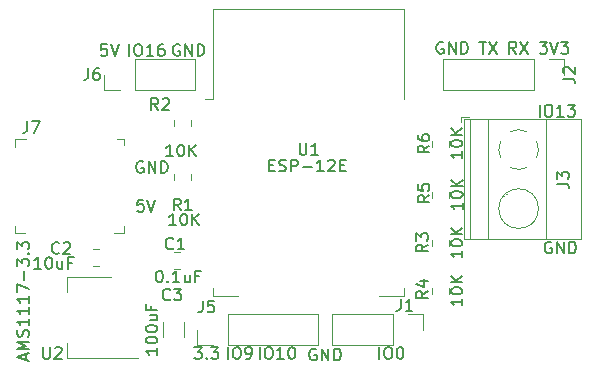
<source format=gbr>
G04 #@! TF.GenerationSoftware,KiCad,Pcbnew,(5.1.5)-3*
G04 #@! TF.CreationDate,2020-04-12T00:35:23-04:00*
G04 #@! TF.ProjectId,ESP_Switch,4553505f-5377-4697-9463-682e6b696361,v1.1*
G04 #@! TF.SameCoordinates,Original*
G04 #@! TF.FileFunction,Legend,Top*
G04 #@! TF.FilePolarity,Positive*
%FSLAX46Y46*%
G04 Gerber Fmt 4.6, Leading zero omitted, Abs format (unit mm)*
G04 Created by KiCad (PCBNEW (5.1.5)-3) date 2020-04-12 00:35:23*
%MOMM*%
%LPD*%
G04 APERTURE LIST*
%ADD10C,0.150000*%
%ADD11C,0.100000*%
%ADD12C,0.120000*%
%ADD13O,2.802000X1.802000*%
%ADD14O,1.752000X1.202000*%
%ADD15O,1.802000X1.802000*%
%ADD16R,1.802000X1.802000*%
%ADD17C,3.302000*%
%ADD18R,2.102000X1.602000*%
%ADD19R,2.102000X3.902000*%
%ADD20R,2.602000X1.102000*%
%ADD21R,1.102000X1.902000*%
%ADD22C,2.702000*%
%ADD23R,2.702000X2.702000*%
G04 APERTURE END LIST*
D10*
X90119295Y-88387300D02*
X90024057Y-88339680D01*
X89881200Y-88339680D01*
X89738342Y-88387300D01*
X89643104Y-88482538D01*
X89595485Y-88577776D01*
X89547866Y-88768252D01*
X89547866Y-88911109D01*
X89595485Y-89101585D01*
X89643104Y-89196823D01*
X89738342Y-89292061D01*
X89881200Y-89339680D01*
X89976438Y-89339680D01*
X90119295Y-89292061D01*
X90166914Y-89244442D01*
X90166914Y-88911109D01*
X89976438Y-88911109D01*
X90595485Y-89339680D02*
X90595485Y-88339680D01*
X91166914Y-89339680D01*
X91166914Y-88339680D01*
X91643104Y-89339680D02*
X91643104Y-88339680D01*
X91881200Y-88339680D01*
X92024057Y-88387300D01*
X92119295Y-88482538D01*
X92166914Y-88577776D01*
X92214533Y-88768252D01*
X92214533Y-88911109D01*
X92166914Y-89101585D01*
X92119295Y-89196823D01*
X92024057Y-89292061D01*
X91881200Y-89339680D01*
X91643104Y-89339680D01*
X90144623Y-91628980D02*
X89668433Y-91628980D01*
X89620814Y-92105171D01*
X89668433Y-92057552D01*
X89763671Y-92009933D01*
X90001766Y-92009933D01*
X90097004Y-92057552D01*
X90144623Y-92105171D01*
X90192242Y-92200409D01*
X90192242Y-92438504D01*
X90144623Y-92533742D01*
X90097004Y-92581361D01*
X90001766Y-92628980D01*
X89763671Y-92628980D01*
X89668433Y-92581361D01*
X89620814Y-92533742D01*
X90477957Y-91628980D02*
X90811290Y-92628980D01*
X91144623Y-91628980D01*
X88947809Y-79446380D02*
X88947809Y-78446380D01*
X89614476Y-78446380D02*
X89804952Y-78446380D01*
X89900190Y-78494000D01*
X89995428Y-78589238D01*
X90043047Y-78779714D01*
X90043047Y-79113047D01*
X89995428Y-79303523D01*
X89900190Y-79398761D01*
X89804952Y-79446380D01*
X89614476Y-79446380D01*
X89519238Y-79398761D01*
X89424000Y-79303523D01*
X89376380Y-79113047D01*
X89376380Y-78779714D01*
X89424000Y-78589238D01*
X89519238Y-78494000D01*
X89614476Y-78446380D01*
X90995428Y-79446380D02*
X90424000Y-79446380D01*
X90709714Y-79446380D02*
X90709714Y-78446380D01*
X90614476Y-78589238D01*
X90519238Y-78684476D01*
X90424000Y-78732095D01*
X91852571Y-78446380D02*
X91662095Y-78446380D01*
X91566857Y-78494000D01*
X91519238Y-78541619D01*
X91424000Y-78684476D01*
X91376380Y-78874952D01*
X91376380Y-79255904D01*
X91424000Y-79351142D01*
X91471619Y-79398761D01*
X91566857Y-79446380D01*
X91757333Y-79446380D01*
X91852571Y-79398761D01*
X91900190Y-79351142D01*
X91947809Y-79255904D01*
X91947809Y-79017809D01*
X91900190Y-78922571D01*
X91852571Y-78874952D01*
X91757333Y-78827333D01*
X91566857Y-78827333D01*
X91471619Y-78874952D01*
X91424000Y-78922571D01*
X91376380Y-79017809D01*
X87058523Y-78446380D02*
X86582333Y-78446380D01*
X86534714Y-78922571D01*
X86582333Y-78874952D01*
X86677571Y-78827333D01*
X86915666Y-78827333D01*
X87010904Y-78874952D01*
X87058523Y-78922571D01*
X87106142Y-79017809D01*
X87106142Y-79255904D01*
X87058523Y-79351142D01*
X87010904Y-79398761D01*
X86915666Y-79446380D01*
X86677571Y-79446380D01*
X86582333Y-79398761D01*
X86534714Y-79351142D01*
X87391857Y-78446380D02*
X87725190Y-79446380D01*
X88058523Y-78446380D01*
X93218095Y-78494000D02*
X93122857Y-78446380D01*
X92980000Y-78446380D01*
X92837142Y-78494000D01*
X92741904Y-78589238D01*
X92694285Y-78684476D01*
X92646666Y-78874952D01*
X92646666Y-79017809D01*
X92694285Y-79208285D01*
X92741904Y-79303523D01*
X92837142Y-79398761D01*
X92980000Y-79446380D01*
X93075238Y-79446380D01*
X93218095Y-79398761D01*
X93265714Y-79351142D01*
X93265714Y-79017809D01*
X93075238Y-79017809D01*
X93694285Y-79446380D02*
X93694285Y-78446380D01*
X94265714Y-79446380D01*
X94265714Y-78446380D01*
X94741904Y-79446380D02*
X94741904Y-78446380D01*
X94980000Y-78446380D01*
X95122857Y-78494000D01*
X95218095Y-78589238D01*
X95265714Y-78684476D01*
X95313333Y-78874952D01*
X95313333Y-79017809D01*
X95265714Y-79208285D01*
X95218095Y-79303523D01*
X95122857Y-79398761D01*
X94980000Y-79446380D01*
X94741904Y-79446380D01*
X99996809Y-105100380D02*
X99996809Y-104100380D01*
X100663476Y-104100380D02*
X100853952Y-104100380D01*
X100949190Y-104148000D01*
X101044428Y-104243238D01*
X101092047Y-104433714D01*
X101092047Y-104767047D01*
X101044428Y-104957523D01*
X100949190Y-105052761D01*
X100853952Y-105100380D01*
X100663476Y-105100380D01*
X100568238Y-105052761D01*
X100473000Y-104957523D01*
X100425380Y-104767047D01*
X100425380Y-104433714D01*
X100473000Y-104243238D01*
X100568238Y-104148000D01*
X100663476Y-104100380D01*
X102044428Y-105100380D02*
X101473000Y-105100380D01*
X101758714Y-105100380D02*
X101758714Y-104100380D01*
X101663476Y-104243238D01*
X101568238Y-104338476D01*
X101473000Y-104386095D01*
X102663476Y-104100380D02*
X102758714Y-104100380D01*
X102853952Y-104148000D01*
X102901571Y-104195619D01*
X102949190Y-104290857D01*
X102996809Y-104481333D01*
X102996809Y-104719428D01*
X102949190Y-104909904D01*
X102901571Y-105005142D01*
X102853952Y-105052761D01*
X102758714Y-105100380D01*
X102663476Y-105100380D01*
X102568238Y-105052761D01*
X102520619Y-105005142D01*
X102473000Y-104909904D01*
X102425380Y-104719428D01*
X102425380Y-104481333D01*
X102473000Y-104290857D01*
X102520619Y-104195619D01*
X102568238Y-104148000D01*
X102663476Y-104100380D01*
X94456380Y-104100380D02*
X95075428Y-104100380D01*
X94742095Y-104481333D01*
X94884952Y-104481333D01*
X94980190Y-104528952D01*
X95027809Y-104576571D01*
X95075428Y-104671809D01*
X95075428Y-104909904D01*
X95027809Y-105005142D01*
X94980190Y-105052761D01*
X94884952Y-105100380D01*
X94599238Y-105100380D01*
X94504000Y-105052761D01*
X94456380Y-105005142D01*
X95504000Y-105005142D02*
X95551619Y-105052761D01*
X95504000Y-105100380D01*
X95456380Y-105052761D01*
X95504000Y-105005142D01*
X95504000Y-105100380D01*
X95884952Y-104100380D02*
X96504000Y-104100380D01*
X96170666Y-104481333D01*
X96313523Y-104481333D01*
X96408761Y-104528952D01*
X96456380Y-104576571D01*
X96504000Y-104671809D01*
X96504000Y-104909904D01*
X96456380Y-105005142D01*
X96408761Y-105052761D01*
X96313523Y-105100380D01*
X96027809Y-105100380D01*
X95932571Y-105052761D01*
X95884952Y-105005142D01*
X97298000Y-105100380D02*
X97298000Y-104100380D01*
X97964666Y-104100380D02*
X98155142Y-104100380D01*
X98250380Y-104148000D01*
X98345619Y-104243238D01*
X98393238Y-104433714D01*
X98393238Y-104767047D01*
X98345619Y-104957523D01*
X98250380Y-105052761D01*
X98155142Y-105100380D01*
X97964666Y-105100380D01*
X97869428Y-105052761D01*
X97774190Y-104957523D01*
X97726571Y-104767047D01*
X97726571Y-104433714D01*
X97774190Y-104243238D01*
X97869428Y-104148000D01*
X97964666Y-104100380D01*
X98869428Y-105100380D02*
X99059904Y-105100380D01*
X99155142Y-105052761D01*
X99202761Y-105005142D01*
X99298000Y-104862285D01*
X99345619Y-104671809D01*
X99345619Y-104290857D01*
X99298000Y-104195619D01*
X99250380Y-104148000D01*
X99155142Y-104100380D01*
X98964666Y-104100380D01*
X98869428Y-104148000D01*
X98821809Y-104195619D01*
X98774190Y-104290857D01*
X98774190Y-104528952D01*
X98821809Y-104624190D01*
X98869428Y-104671809D01*
X98964666Y-104719428D01*
X99155142Y-104719428D01*
X99250380Y-104671809D01*
X99298000Y-104624190D01*
X99345619Y-104528952D01*
X110125000Y-105100380D02*
X110125000Y-104100380D01*
X110791666Y-104100380D02*
X110982142Y-104100380D01*
X111077380Y-104148000D01*
X111172619Y-104243238D01*
X111220238Y-104433714D01*
X111220238Y-104767047D01*
X111172619Y-104957523D01*
X111077380Y-105052761D01*
X110982142Y-105100380D01*
X110791666Y-105100380D01*
X110696428Y-105052761D01*
X110601190Y-104957523D01*
X110553571Y-104767047D01*
X110553571Y-104433714D01*
X110601190Y-104243238D01*
X110696428Y-104148000D01*
X110791666Y-104100380D01*
X111839285Y-104100380D02*
X111934523Y-104100380D01*
X112029761Y-104148000D01*
X112077380Y-104195619D01*
X112125000Y-104290857D01*
X112172619Y-104481333D01*
X112172619Y-104719428D01*
X112125000Y-104909904D01*
X112077380Y-105005142D01*
X112029761Y-105052761D01*
X111934523Y-105100380D01*
X111839285Y-105100380D01*
X111744047Y-105052761D01*
X111696428Y-105005142D01*
X111648809Y-104909904D01*
X111601190Y-104719428D01*
X111601190Y-104481333D01*
X111648809Y-104290857D01*
X111696428Y-104195619D01*
X111744047Y-104148000D01*
X111839285Y-104100380D01*
X104775095Y-104275000D02*
X104679857Y-104227380D01*
X104537000Y-104227380D01*
X104394142Y-104275000D01*
X104298904Y-104370238D01*
X104251285Y-104465476D01*
X104203666Y-104655952D01*
X104203666Y-104798809D01*
X104251285Y-104989285D01*
X104298904Y-105084523D01*
X104394142Y-105179761D01*
X104537000Y-105227380D01*
X104632238Y-105227380D01*
X104775095Y-105179761D01*
X104822714Y-105132142D01*
X104822714Y-104798809D01*
X104632238Y-104798809D01*
X105251285Y-105227380D02*
X105251285Y-104227380D01*
X105822714Y-105227380D01*
X105822714Y-104227380D01*
X106298904Y-105227380D02*
X106298904Y-104227380D01*
X106537000Y-104227380D01*
X106679857Y-104275000D01*
X106775095Y-104370238D01*
X106822714Y-104465476D01*
X106870333Y-104655952D01*
X106870333Y-104798809D01*
X106822714Y-104989285D01*
X106775095Y-105084523D01*
X106679857Y-105179761D01*
X106537000Y-105227380D01*
X106298904Y-105227380D01*
X123691804Y-78255880D02*
X124310852Y-78255880D01*
X123977519Y-78636833D01*
X124120376Y-78636833D01*
X124215614Y-78684452D01*
X124263233Y-78732071D01*
X124310852Y-78827309D01*
X124310852Y-79065404D01*
X124263233Y-79160642D01*
X124215614Y-79208261D01*
X124120376Y-79255880D01*
X123834661Y-79255880D01*
X123739423Y-79208261D01*
X123691804Y-79160642D01*
X124596566Y-78255880D02*
X124929900Y-79255880D01*
X125263233Y-78255880D01*
X125501328Y-78255880D02*
X126120376Y-78255880D01*
X125787042Y-78636833D01*
X125929900Y-78636833D01*
X126025138Y-78684452D01*
X126072757Y-78732071D01*
X126120376Y-78827309D01*
X126120376Y-79065404D01*
X126072757Y-79160642D01*
X126025138Y-79208261D01*
X125929900Y-79255880D01*
X125644185Y-79255880D01*
X125548947Y-79208261D01*
X125501328Y-79160642D01*
X121715233Y-79255880D02*
X121381900Y-78779690D01*
X121143804Y-79255880D02*
X121143804Y-78255880D01*
X121524757Y-78255880D01*
X121619995Y-78303500D01*
X121667614Y-78351119D01*
X121715233Y-78446357D01*
X121715233Y-78589214D01*
X121667614Y-78684452D01*
X121619995Y-78732071D01*
X121524757Y-78779690D01*
X121143804Y-78779690D01*
X122048566Y-78255880D02*
X122715233Y-79255880D01*
X122715233Y-78255880D02*
X122048566Y-79255880D01*
X118579995Y-78255880D02*
X119151423Y-78255880D01*
X118865709Y-79255880D02*
X118865709Y-78255880D01*
X119389519Y-78255880D02*
X120056185Y-79255880D01*
X120056185Y-78255880D02*
X119389519Y-79255880D01*
X115531995Y-78303500D02*
X115436757Y-78255880D01*
X115293900Y-78255880D01*
X115151042Y-78303500D01*
X115055804Y-78398738D01*
X115008185Y-78493976D01*
X114960566Y-78684452D01*
X114960566Y-78827309D01*
X115008185Y-79017785D01*
X115055804Y-79113023D01*
X115151042Y-79208261D01*
X115293900Y-79255880D01*
X115389138Y-79255880D01*
X115531995Y-79208261D01*
X115579614Y-79160642D01*
X115579614Y-78827309D01*
X115389138Y-78827309D01*
X116008185Y-79255880D02*
X116008185Y-78255880D01*
X116579614Y-79255880D01*
X116579614Y-78255880D01*
X117055804Y-79255880D02*
X117055804Y-78255880D01*
X117293900Y-78255880D01*
X117436757Y-78303500D01*
X117531995Y-78398738D01*
X117579614Y-78493976D01*
X117627233Y-78684452D01*
X117627233Y-78827309D01*
X117579614Y-79017785D01*
X117531995Y-79113023D01*
X117436757Y-79208261D01*
X117293900Y-79255880D01*
X117055804Y-79255880D01*
X123695009Y-84577180D02*
X123695009Y-83577180D01*
X124361676Y-83577180D02*
X124552152Y-83577180D01*
X124647390Y-83624800D01*
X124742628Y-83720038D01*
X124790247Y-83910514D01*
X124790247Y-84243847D01*
X124742628Y-84434323D01*
X124647390Y-84529561D01*
X124552152Y-84577180D01*
X124361676Y-84577180D01*
X124266438Y-84529561D01*
X124171200Y-84434323D01*
X124123580Y-84243847D01*
X124123580Y-83910514D01*
X124171200Y-83720038D01*
X124266438Y-83624800D01*
X124361676Y-83577180D01*
X125742628Y-84577180D02*
X125171200Y-84577180D01*
X125456914Y-84577180D02*
X125456914Y-83577180D01*
X125361676Y-83720038D01*
X125266438Y-83815276D01*
X125171200Y-83862895D01*
X126075961Y-83577180D02*
X126695009Y-83577180D01*
X126361676Y-83958133D01*
X126504533Y-83958133D01*
X126599771Y-84005752D01*
X126647390Y-84053371D01*
X126695009Y-84148609D01*
X126695009Y-84386704D01*
X126647390Y-84481942D01*
X126599771Y-84529561D01*
X126504533Y-84577180D01*
X126218819Y-84577180D01*
X126123580Y-84529561D01*
X126075961Y-84481942D01*
X124688695Y-95207200D02*
X124593457Y-95159580D01*
X124450600Y-95159580D01*
X124307742Y-95207200D01*
X124212504Y-95302438D01*
X124164885Y-95397676D01*
X124117266Y-95588152D01*
X124117266Y-95731009D01*
X124164885Y-95921485D01*
X124212504Y-96016723D01*
X124307742Y-96111961D01*
X124450600Y-96159580D01*
X124545838Y-96159580D01*
X124688695Y-96111961D01*
X124736314Y-96064342D01*
X124736314Y-95731009D01*
X124545838Y-95731009D01*
X125164885Y-96159580D02*
X125164885Y-95159580D01*
X125736314Y-96159580D01*
X125736314Y-95159580D01*
X126212504Y-96159580D02*
X126212504Y-95159580D01*
X126450600Y-95159580D01*
X126593457Y-95207200D01*
X126688695Y-95302438D01*
X126736314Y-95397676D01*
X126783933Y-95588152D01*
X126783933Y-95731009D01*
X126736314Y-95921485D01*
X126688695Y-96016723D01*
X126593457Y-96111961D01*
X126450600Y-96159580D01*
X126212504Y-96159580D01*
D11*
X88513800Y-86512500D02*
X88513800Y-86987500D01*
X87938800Y-86512500D02*
X88513800Y-86512500D01*
X79263800Y-86512500D02*
X79263800Y-87137500D01*
X80188800Y-86512500D02*
X79263800Y-86512500D01*
X79263800Y-94462500D02*
X79263800Y-93837500D01*
X80113800Y-94462500D02*
X79263800Y-94462500D01*
X87638800Y-94462500D02*
X88488800Y-94462500D01*
X88513800Y-93812500D02*
X88513800Y-94462500D01*
X88513800Y-94462500D02*
X88488800Y-94462500D01*
D12*
X86808000Y-82356000D02*
X86808000Y-81026000D01*
X88138000Y-82356000D02*
X86808000Y-82356000D01*
X89408000Y-82356000D02*
X89408000Y-79696000D01*
X89408000Y-79696000D02*
X94548000Y-79696000D01*
X89408000Y-82356000D02*
X94548000Y-82356000D01*
X94548000Y-82356000D02*
X94548000Y-79696000D01*
X91800000Y-102013936D02*
X91800000Y-103218064D01*
X93620000Y-102013936D02*
X93620000Y-103218064D01*
X104962000Y-103946000D02*
X104962000Y-101286000D01*
X97282000Y-103946000D02*
X104962000Y-103946000D01*
X97282000Y-101286000D02*
X104962000Y-101286000D01*
X97282000Y-103946000D02*
X97282000Y-101286000D01*
X96012000Y-103946000D02*
X94682000Y-103946000D01*
X94682000Y-103946000D02*
X94682000Y-102616000D01*
X89698000Y-105010000D02*
X83688000Y-105010000D01*
X87448000Y-98190000D02*
X83688000Y-98190000D01*
X83688000Y-105010000D02*
X83688000Y-103750000D01*
X83688000Y-98190000D02*
X83688000Y-99450000D01*
X96020000Y-75510000D02*
X112260000Y-75510000D01*
X112260000Y-75510000D02*
X112260000Y-83130000D01*
X112260000Y-99130000D02*
X112260000Y-99750000D01*
X112260000Y-99750000D02*
X110140000Y-99750000D01*
X98140000Y-99750000D02*
X96020000Y-99750000D01*
X96020000Y-99750000D02*
X96020000Y-99130000D01*
X96020000Y-83130000D02*
X96020000Y-75510000D01*
X96020000Y-83130000D02*
X95410000Y-83130000D01*
X116026000Y-87129252D02*
X116026000Y-86606748D01*
X114606000Y-87129252D02*
X114606000Y-86606748D01*
X114606000Y-90924748D02*
X114606000Y-91447252D01*
X116026000Y-90924748D02*
X116026000Y-91447252D01*
X114606000Y-99061748D02*
X114606000Y-99584252D01*
X116026000Y-99061748D02*
X116026000Y-99584252D01*
X116026000Y-95511252D02*
X116026000Y-94988748D01*
X114606000Y-95511252D02*
X114606000Y-94988748D01*
X94182000Y-85360252D02*
X94182000Y-84837748D01*
X92762000Y-85360252D02*
X92762000Y-84837748D01*
X94182000Y-89932252D02*
X94182000Y-89409748D01*
X92762000Y-89932252D02*
X92762000Y-89409748D01*
X117020000Y-84576000D02*
X117020000Y-85076000D01*
X117760000Y-84576000D02*
X117020000Y-84576000D01*
X120897000Y-91149000D02*
X120851000Y-91102000D01*
X123195000Y-93446000D02*
X123159000Y-93411000D01*
X120681000Y-91342000D02*
X120646000Y-91307000D01*
X122989000Y-93651000D02*
X122943000Y-93604000D01*
X127181000Y-94936000D02*
X117260000Y-94936000D01*
X127181000Y-84816000D02*
X117260000Y-84816000D01*
X117260000Y-84816000D02*
X117260000Y-94936000D01*
X127181000Y-84816000D02*
X127181000Y-94936000D01*
X124221000Y-84816000D02*
X124221000Y-94936000D01*
X119320000Y-84816000D02*
X119320000Y-94936000D01*
X117820000Y-84816000D02*
X117820000Y-94936000D01*
X123600000Y-92376000D02*
G75*
G03X123600000Y-92376000I-1680000J0D01*
G01*
X120239747Y-87404805D02*
G75*
G02X120385000Y-86692000I1680253J28805D01*
G01*
X121236958Y-85840574D02*
G75*
G02X122604000Y-85841000I683042J-1535426D01*
G01*
X123455426Y-86692958D02*
G75*
G02X123455000Y-88060000I-1535426J-683042D01*
G01*
X122603042Y-88911426D02*
G75*
G02X121236000Y-88911000I-683042J1535426D01*
G01*
X120385244Y-88059318D02*
G75*
G02X120240000Y-87376000I1534756J683318D01*
G01*
X125790000Y-79696000D02*
X125790000Y-81026000D01*
X124460000Y-79696000D02*
X125790000Y-79696000D01*
X123190000Y-79696000D02*
X123190000Y-82356000D01*
X123190000Y-82356000D02*
X115510000Y-82356000D01*
X123190000Y-79696000D02*
X115510000Y-79696000D01*
X115510000Y-79696000D02*
X115510000Y-82356000D01*
X113852000Y-101286000D02*
X113852000Y-102616000D01*
X112522000Y-101286000D02*
X113852000Y-101286000D01*
X111252000Y-101286000D02*
X111252000Y-103946000D01*
X111252000Y-103946000D02*
X106112000Y-103946000D01*
X111252000Y-101286000D02*
X106112000Y-101286000D01*
X106112000Y-101286000D02*
X106112000Y-103946000D01*
X86367252Y-95810000D02*
X85844748Y-95810000D01*
X86367252Y-97230000D02*
X85844748Y-97230000D01*
X93225252Y-96064000D02*
X92702748Y-96064000D01*
X93225252Y-97484000D02*
X92702748Y-97484000D01*
D10*
X80311666Y-84948780D02*
X80311666Y-85663066D01*
X80264047Y-85805923D01*
X80168809Y-85901161D01*
X80025952Y-85948780D01*
X79930714Y-85948780D01*
X80692619Y-84948780D02*
X81359285Y-84948780D01*
X80930714Y-85948780D01*
X85474666Y-80478380D02*
X85474666Y-81192666D01*
X85427047Y-81335523D01*
X85331809Y-81430761D01*
X85188952Y-81478380D01*
X85093714Y-81478380D01*
X86379428Y-80478380D02*
X86188952Y-80478380D01*
X86093714Y-80526000D01*
X86046095Y-80573619D01*
X85950857Y-80716476D01*
X85903238Y-80906952D01*
X85903238Y-81287904D01*
X85950857Y-81383142D01*
X85998476Y-81430761D01*
X86093714Y-81478380D01*
X86284190Y-81478380D01*
X86379428Y-81430761D01*
X86427047Y-81383142D01*
X86474666Y-81287904D01*
X86474666Y-81049809D01*
X86427047Y-80954571D01*
X86379428Y-80906952D01*
X86284190Y-80859333D01*
X86093714Y-80859333D01*
X85998476Y-80906952D01*
X85950857Y-80954571D01*
X85903238Y-81049809D01*
X92416333Y-100052142D02*
X92368714Y-100099761D01*
X92225857Y-100147380D01*
X92130619Y-100147380D01*
X91987761Y-100099761D01*
X91892523Y-100004523D01*
X91844904Y-99909285D01*
X91797285Y-99718809D01*
X91797285Y-99575952D01*
X91844904Y-99385476D01*
X91892523Y-99290238D01*
X91987761Y-99195000D01*
X92130619Y-99147380D01*
X92225857Y-99147380D01*
X92368714Y-99195000D01*
X92416333Y-99242619D01*
X92749666Y-99147380D02*
X93368714Y-99147380D01*
X93035380Y-99528333D01*
X93178238Y-99528333D01*
X93273476Y-99575952D01*
X93321095Y-99623571D01*
X93368714Y-99718809D01*
X93368714Y-99956904D01*
X93321095Y-100052142D01*
X93273476Y-100099761D01*
X93178238Y-100147380D01*
X92892523Y-100147380D01*
X92797285Y-100099761D01*
X92749666Y-100052142D01*
X91342380Y-104163619D02*
X91342380Y-104735047D01*
X91342380Y-104449333D02*
X90342380Y-104449333D01*
X90485238Y-104544571D01*
X90580476Y-104639809D01*
X90628095Y-104735047D01*
X90342380Y-103544571D02*
X90342380Y-103449333D01*
X90390000Y-103354095D01*
X90437619Y-103306476D01*
X90532857Y-103258857D01*
X90723333Y-103211238D01*
X90961428Y-103211238D01*
X91151904Y-103258857D01*
X91247142Y-103306476D01*
X91294761Y-103354095D01*
X91342380Y-103449333D01*
X91342380Y-103544571D01*
X91294761Y-103639809D01*
X91247142Y-103687428D01*
X91151904Y-103735047D01*
X90961428Y-103782666D01*
X90723333Y-103782666D01*
X90532857Y-103735047D01*
X90437619Y-103687428D01*
X90390000Y-103639809D01*
X90342380Y-103544571D01*
X90342380Y-102592190D02*
X90342380Y-102496952D01*
X90390000Y-102401714D01*
X90437619Y-102354095D01*
X90532857Y-102306476D01*
X90723333Y-102258857D01*
X90961428Y-102258857D01*
X91151904Y-102306476D01*
X91247142Y-102354095D01*
X91294761Y-102401714D01*
X91342380Y-102496952D01*
X91342380Y-102592190D01*
X91294761Y-102687428D01*
X91247142Y-102735047D01*
X91151904Y-102782666D01*
X90961428Y-102830285D01*
X90723333Y-102830285D01*
X90532857Y-102782666D01*
X90437619Y-102735047D01*
X90390000Y-102687428D01*
X90342380Y-102592190D01*
X90675714Y-101401714D02*
X91342380Y-101401714D01*
X90675714Y-101830285D02*
X91199523Y-101830285D01*
X91294761Y-101782666D01*
X91342380Y-101687428D01*
X91342380Y-101544571D01*
X91294761Y-101449333D01*
X91247142Y-101401714D01*
X90818571Y-100592190D02*
X90818571Y-100925523D01*
X91342380Y-100925523D02*
X90342380Y-100925523D01*
X90342380Y-100449333D01*
X95170666Y-100163380D02*
X95170666Y-100877666D01*
X95123047Y-101020523D01*
X95027809Y-101115761D01*
X94884952Y-101163380D01*
X94789714Y-101163380D01*
X96123047Y-100163380D02*
X95646857Y-100163380D01*
X95599238Y-100639571D01*
X95646857Y-100591952D01*
X95742095Y-100544333D01*
X95980190Y-100544333D01*
X96075428Y-100591952D01*
X96123047Y-100639571D01*
X96170666Y-100734809D01*
X96170666Y-100972904D01*
X96123047Y-101068142D01*
X96075428Y-101115761D01*
X95980190Y-101163380D01*
X95742095Y-101163380D01*
X95646857Y-101115761D01*
X95599238Y-101068142D01*
X81661095Y-104100380D02*
X81661095Y-104909904D01*
X81708714Y-105005142D01*
X81756333Y-105052761D01*
X81851571Y-105100380D01*
X82042047Y-105100380D01*
X82137285Y-105052761D01*
X82184904Y-105005142D01*
X82232523Y-104909904D01*
X82232523Y-104100380D01*
X82661095Y-104195619D02*
X82708714Y-104148000D01*
X82803952Y-104100380D01*
X83042047Y-104100380D01*
X83137285Y-104148000D01*
X83184904Y-104195619D01*
X83232523Y-104290857D01*
X83232523Y-104386095D01*
X83184904Y-104528952D01*
X82613476Y-105100380D01*
X83232523Y-105100380D01*
X80176666Y-105203000D02*
X80176666Y-104726809D01*
X80462380Y-105298238D02*
X79462380Y-104964904D01*
X80462380Y-104631571D01*
X80462380Y-104298238D02*
X79462380Y-104298238D01*
X80176666Y-103964904D01*
X79462380Y-103631571D01*
X80462380Y-103631571D01*
X80414761Y-103203000D02*
X80462380Y-103060142D01*
X80462380Y-102822047D01*
X80414761Y-102726809D01*
X80367142Y-102679190D01*
X80271904Y-102631571D01*
X80176666Y-102631571D01*
X80081428Y-102679190D01*
X80033809Y-102726809D01*
X79986190Y-102822047D01*
X79938571Y-103012523D01*
X79890952Y-103107761D01*
X79843333Y-103155380D01*
X79748095Y-103203000D01*
X79652857Y-103203000D01*
X79557619Y-103155380D01*
X79510000Y-103107761D01*
X79462380Y-103012523D01*
X79462380Y-102774428D01*
X79510000Y-102631571D01*
X80462380Y-101679190D02*
X80462380Y-102250619D01*
X80462380Y-101964904D02*
X79462380Y-101964904D01*
X79605238Y-102060142D01*
X79700476Y-102155380D01*
X79748095Y-102250619D01*
X80462380Y-100726809D02*
X80462380Y-101298238D01*
X80462380Y-101012523D02*
X79462380Y-101012523D01*
X79605238Y-101107761D01*
X79700476Y-101203000D01*
X79748095Y-101298238D01*
X80462380Y-99774428D02*
X80462380Y-100345857D01*
X80462380Y-100060142D02*
X79462380Y-100060142D01*
X79605238Y-100155380D01*
X79700476Y-100250619D01*
X79748095Y-100345857D01*
X79462380Y-99441095D02*
X79462380Y-98774428D01*
X80462380Y-99203000D01*
X80081428Y-98393476D02*
X80081428Y-97631571D01*
X79462380Y-97250619D02*
X79462380Y-96631571D01*
X79843333Y-96964904D01*
X79843333Y-96822047D01*
X79890952Y-96726809D01*
X79938571Y-96679190D01*
X80033809Y-96631571D01*
X80271904Y-96631571D01*
X80367142Y-96679190D01*
X80414761Y-96726809D01*
X80462380Y-96822047D01*
X80462380Y-97107761D01*
X80414761Y-97203000D01*
X80367142Y-97250619D01*
X80367142Y-96203000D02*
X80414761Y-96155380D01*
X80462380Y-96203000D01*
X80414761Y-96250619D01*
X80367142Y-96203000D01*
X80462380Y-96203000D01*
X79462380Y-95822047D02*
X79462380Y-95203000D01*
X79843333Y-95536333D01*
X79843333Y-95393476D01*
X79890952Y-95298238D01*
X79938571Y-95250619D01*
X80033809Y-95203000D01*
X80271904Y-95203000D01*
X80367142Y-95250619D01*
X80414761Y-95298238D01*
X80462380Y-95393476D01*
X80462380Y-95679190D01*
X80414761Y-95774428D01*
X80367142Y-95822047D01*
X103378095Y-86828380D02*
X103378095Y-87637904D01*
X103425714Y-87733142D01*
X103473333Y-87780761D01*
X103568571Y-87828380D01*
X103759047Y-87828380D01*
X103854285Y-87780761D01*
X103901904Y-87733142D01*
X103949523Y-87637904D01*
X103949523Y-86828380D01*
X104949523Y-87828380D02*
X104378095Y-87828380D01*
X104663809Y-87828380D02*
X104663809Y-86828380D01*
X104568571Y-86971238D01*
X104473333Y-87066476D01*
X104378095Y-87114095D01*
X100798714Y-88701571D02*
X101132047Y-88701571D01*
X101274904Y-89225380D02*
X100798714Y-89225380D01*
X100798714Y-88225380D01*
X101274904Y-88225380D01*
X101655857Y-89177761D02*
X101798714Y-89225380D01*
X102036809Y-89225380D01*
X102132047Y-89177761D01*
X102179666Y-89130142D01*
X102227285Y-89034904D01*
X102227285Y-88939666D01*
X102179666Y-88844428D01*
X102132047Y-88796809D01*
X102036809Y-88749190D01*
X101846333Y-88701571D01*
X101751095Y-88653952D01*
X101703476Y-88606333D01*
X101655857Y-88511095D01*
X101655857Y-88415857D01*
X101703476Y-88320619D01*
X101751095Y-88273000D01*
X101846333Y-88225380D01*
X102084428Y-88225380D01*
X102227285Y-88273000D01*
X102655857Y-89225380D02*
X102655857Y-88225380D01*
X103036809Y-88225380D01*
X103132047Y-88273000D01*
X103179666Y-88320619D01*
X103227285Y-88415857D01*
X103227285Y-88558714D01*
X103179666Y-88653952D01*
X103132047Y-88701571D01*
X103036809Y-88749190D01*
X102655857Y-88749190D01*
X103655857Y-88844428D02*
X104417761Y-88844428D01*
X105417761Y-89225380D02*
X104846333Y-89225380D01*
X105132047Y-89225380D02*
X105132047Y-88225380D01*
X105036809Y-88368238D01*
X104941571Y-88463476D01*
X104846333Y-88511095D01*
X105798714Y-88320619D02*
X105846333Y-88273000D01*
X105941571Y-88225380D01*
X106179666Y-88225380D01*
X106274904Y-88273000D01*
X106322523Y-88320619D01*
X106370142Y-88415857D01*
X106370142Y-88511095D01*
X106322523Y-88653952D01*
X105751095Y-89225380D01*
X106370142Y-89225380D01*
X106798714Y-88701571D02*
X107132047Y-88701571D01*
X107274904Y-89225380D02*
X106798714Y-89225380D01*
X106798714Y-88225380D01*
X107274904Y-88225380D01*
X114371380Y-87034666D02*
X113895190Y-87368000D01*
X114371380Y-87606095D02*
X113371380Y-87606095D01*
X113371380Y-87225142D01*
X113419000Y-87129904D01*
X113466619Y-87082285D01*
X113561857Y-87034666D01*
X113704714Y-87034666D01*
X113799952Y-87082285D01*
X113847571Y-87129904D01*
X113895190Y-87225142D01*
X113895190Y-87606095D01*
X113371380Y-86177523D02*
X113371380Y-86368000D01*
X113419000Y-86463238D01*
X113466619Y-86510857D01*
X113609476Y-86606095D01*
X113799952Y-86653714D01*
X114180904Y-86653714D01*
X114276142Y-86606095D01*
X114323761Y-86558476D01*
X114371380Y-86463238D01*
X114371380Y-86272761D01*
X114323761Y-86177523D01*
X114276142Y-86129904D01*
X114180904Y-86082285D01*
X113942809Y-86082285D01*
X113847571Y-86129904D01*
X113799952Y-86177523D01*
X113752333Y-86272761D01*
X113752333Y-86463238D01*
X113799952Y-86558476D01*
X113847571Y-86606095D01*
X113942809Y-86653714D01*
X117165380Y-87533076D02*
X117165380Y-88104504D01*
X117165380Y-87818790D02*
X116165380Y-87818790D01*
X116308238Y-87914028D01*
X116403476Y-88009266D01*
X116451095Y-88104504D01*
X116165380Y-86914028D02*
X116165380Y-86818790D01*
X116213000Y-86723552D01*
X116260619Y-86675933D01*
X116355857Y-86628314D01*
X116546333Y-86580695D01*
X116784428Y-86580695D01*
X116974904Y-86628314D01*
X117070142Y-86675933D01*
X117117761Y-86723552D01*
X117165380Y-86818790D01*
X117165380Y-86914028D01*
X117117761Y-87009266D01*
X117070142Y-87056885D01*
X116974904Y-87104504D01*
X116784428Y-87152123D01*
X116546333Y-87152123D01*
X116355857Y-87104504D01*
X116260619Y-87056885D01*
X116213000Y-87009266D01*
X116165380Y-86914028D01*
X117165380Y-86152123D02*
X116165380Y-86152123D01*
X117165380Y-85580695D02*
X116593952Y-86009266D01*
X116165380Y-85580695D02*
X116736809Y-86152123D01*
X114371380Y-91225666D02*
X113895190Y-91559000D01*
X114371380Y-91797095D02*
X113371380Y-91797095D01*
X113371380Y-91416142D01*
X113419000Y-91320904D01*
X113466619Y-91273285D01*
X113561857Y-91225666D01*
X113704714Y-91225666D01*
X113799952Y-91273285D01*
X113847571Y-91320904D01*
X113895190Y-91416142D01*
X113895190Y-91797095D01*
X113371380Y-90320904D02*
X113371380Y-90797095D01*
X113847571Y-90844714D01*
X113799952Y-90797095D01*
X113752333Y-90701857D01*
X113752333Y-90463761D01*
X113799952Y-90368523D01*
X113847571Y-90320904D01*
X113942809Y-90273285D01*
X114180904Y-90273285D01*
X114276142Y-90320904D01*
X114323761Y-90368523D01*
X114371380Y-90463761D01*
X114371380Y-90701857D01*
X114323761Y-90797095D01*
X114276142Y-90844714D01*
X117178080Y-91863776D02*
X117178080Y-92435204D01*
X117178080Y-92149490D02*
X116178080Y-92149490D01*
X116320938Y-92244728D01*
X116416176Y-92339966D01*
X116463795Y-92435204D01*
X116178080Y-91244728D02*
X116178080Y-91149490D01*
X116225700Y-91054252D01*
X116273319Y-91006633D01*
X116368557Y-90959014D01*
X116559033Y-90911395D01*
X116797128Y-90911395D01*
X116987604Y-90959014D01*
X117082842Y-91006633D01*
X117130461Y-91054252D01*
X117178080Y-91149490D01*
X117178080Y-91244728D01*
X117130461Y-91339966D01*
X117082842Y-91387585D01*
X116987604Y-91435204D01*
X116797128Y-91482823D01*
X116559033Y-91482823D01*
X116368557Y-91435204D01*
X116273319Y-91387585D01*
X116225700Y-91339966D01*
X116178080Y-91244728D01*
X117178080Y-90482823D02*
X116178080Y-90482823D01*
X117178080Y-89911395D02*
X116606652Y-90339966D01*
X116178080Y-89911395D02*
X116749509Y-90482823D01*
X114244380Y-99353666D02*
X113768190Y-99687000D01*
X114244380Y-99925095D02*
X113244380Y-99925095D01*
X113244380Y-99544142D01*
X113292000Y-99448904D01*
X113339619Y-99401285D01*
X113434857Y-99353666D01*
X113577714Y-99353666D01*
X113672952Y-99401285D01*
X113720571Y-99448904D01*
X113768190Y-99544142D01*
X113768190Y-99925095D01*
X113577714Y-98496523D02*
X114244380Y-98496523D01*
X113196761Y-98734619D02*
X113911047Y-98972714D01*
X113911047Y-98353666D01*
X117165380Y-100004476D02*
X117165380Y-100575904D01*
X117165380Y-100290190D02*
X116165380Y-100290190D01*
X116308238Y-100385428D01*
X116403476Y-100480666D01*
X116451095Y-100575904D01*
X116165380Y-99385428D02*
X116165380Y-99290190D01*
X116213000Y-99194952D01*
X116260619Y-99147333D01*
X116355857Y-99099714D01*
X116546333Y-99052095D01*
X116784428Y-99052095D01*
X116974904Y-99099714D01*
X117070142Y-99147333D01*
X117117761Y-99194952D01*
X117165380Y-99290190D01*
X117165380Y-99385428D01*
X117117761Y-99480666D01*
X117070142Y-99528285D01*
X116974904Y-99575904D01*
X116784428Y-99623523D01*
X116546333Y-99623523D01*
X116355857Y-99575904D01*
X116260619Y-99528285D01*
X116213000Y-99480666D01*
X116165380Y-99385428D01*
X117165380Y-98623523D02*
X116165380Y-98623523D01*
X117165380Y-98052095D02*
X116593952Y-98480666D01*
X116165380Y-98052095D02*
X116736809Y-98623523D01*
X114244380Y-95416666D02*
X113768190Y-95750000D01*
X114244380Y-95988095D02*
X113244380Y-95988095D01*
X113244380Y-95607142D01*
X113292000Y-95511904D01*
X113339619Y-95464285D01*
X113434857Y-95416666D01*
X113577714Y-95416666D01*
X113672952Y-95464285D01*
X113720571Y-95511904D01*
X113768190Y-95607142D01*
X113768190Y-95988095D01*
X113244380Y-95083333D02*
X113244380Y-94464285D01*
X113625333Y-94797619D01*
X113625333Y-94654761D01*
X113672952Y-94559523D01*
X113720571Y-94511904D01*
X113815809Y-94464285D01*
X114053904Y-94464285D01*
X114149142Y-94511904D01*
X114196761Y-94559523D01*
X114244380Y-94654761D01*
X114244380Y-94940476D01*
X114196761Y-95035714D01*
X114149142Y-95083333D01*
X117165380Y-95940476D02*
X117165380Y-96511904D01*
X117165380Y-96226190D02*
X116165380Y-96226190D01*
X116308238Y-96321428D01*
X116403476Y-96416666D01*
X116451095Y-96511904D01*
X116165380Y-95321428D02*
X116165380Y-95226190D01*
X116213000Y-95130952D01*
X116260619Y-95083333D01*
X116355857Y-95035714D01*
X116546333Y-94988095D01*
X116784428Y-94988095D01*
X116974904Y-95035714D01*
X117070142Y-95083333D01*
X117117761Y-95130952D01*
X117165380Y-95226190D01*
X117165380Y-95321428D01*
X117117761Y-95416666D01*
X117070142Y-95464285D01*
X116974904Y-95511904D01*
X116784428Y-95559523D01*
X116546333Y-95559523D01*
X116355857Y-95511904D01*
X116260619Y-95464285D01*
X116213000Y-95416666D01*
X116165380Y-95321428D01*
X117165380Y-94559523D02*
X116165380Y-94559523D01*
X117165380Y-93988095D02*
X116593952Y-94416666D01*
X116165380Y-93988095D02*
X116736809Y-94559523D01*
X91400333Y-84018380D02*
X91067000Y-83542190D01*
X90828904Y-84018380D02*
X90828904Y-83018380D01*
X91209857Y-83018380D01*
X91305095Y-83066000D01*
X91352714Y-83113619D01*
X91400333Y-83208857D01*
X91400333Y-83351714D01*
X91352714Y-83446952D01*
X91305095Y-83494571D01*
X91209857Y-83542190D01*
X90828904Y-83542190D01*
X91781285Y-83113619D02*
X91828904Y-83066000D01*
X91924142Y-83018380D01*
X92162238Y-83018380D01*
X92257476Y-83066000D01*
X92305095Y-83113619D01*
X92352714Y-83208857D01*
X92352714Y-83304095D01*
X92305095Y-83446952D01*
X91733666Y-84018380D01*
X92352714Y-84018380D01*
X92654523Y-87955380D02*
X92083095Y-87955380D01*
X92368809Y-87955380D02*
X92368809Y-86955380D01*
X92273571Y-87098238D01*
X92178333Y-87193476D01*
X92083095Y-87241095D01*
X93273571Y-86955380D02*
X93368809Y-86955380D01*
X93464047Y-87003000D01*
X93511666Y-87050619D01*
X93559285Y-87145857D01*
X93606904Y-87336333D01*
X93606904Y-87574428D01*
X93559285Y-87764904D01*
X93511666Y-87860142D01*
X93464047Y-87907761D01*
X93368809Y-87955380D01*
X93273571Y-87955380D01*
X93178333Y-87907761D01*
X93130714Y-87860142D01*
X93083095Y-87764904D01*
X93035476Y-87574428D01*
X93035476Y-87336333D01*
X93083095Y-87145857D01*
X93130714Y-87050619D01*
X93178333Y-87003000D01*
X93273571Y-86955380D01*
X94035476Y-87955380D02*
X94035476Y-86955380D01*
X94606904Y-87955380D02*
X94178333Y-87383952D01*
X94606904Y-86955380D02*
X94035476Y-87526809D01*
X93305333Y-92527380D02*
X92972000Y-92051190D01*
X92733904Y-92527380D02*
X92733904Y-91527380D01*
X93114857Y-91527380D01*
X93210095Y-91575000D01*
X93257714Y-91622619D01*
X93305333Y-91717857D01*
X93305333Y-91860714D01*
X93257714Y-91955952D01*
X93210095Y-92003571D01*
X93114857Y-92051190D01*
X92733904Y-92051190D01*
X94257714Y-92527380D02*
X93686285Y-92527380D01*
X93972000Y-92527380D02*
X93972000Y-91527380D01*
X93876761Y-91670238D01*
X93781523Y-91765476D01*
X93686285Y-91813095D01*
X92908523Y-93797380D02*
X92337095Y-93797380D01*
X92622809Y-93797380D02*
X92622809Y-92797380D01*
X92527571Y-92940238D01*
X92432333Y-93035476D01*
X92337095Y-93083095D01*
X93527571Y-92797380D02*
X93622809Y-92797380D01*
X93718047Y-92845000D01*
X93765666Y-92892619D01*
X93813285Y-92987857D01*
X93860904Y-93178333D01*
X93860904Y-93416428D01*
X93813285Y-93606904D01*
X93765666Y-93702142D01*
X93718047Y-93749761D01*
X93622809Y-93797380D01*
X93527571Y-93797380D01*
X93432333Y-93749761D01*
X93384714Y-93702142D01*
X93337095Y-93606904D01*
X93289476Y-93416428D01*
X93289476Y-93178333D01*
X93337095Y-92987857D01*
X93384714Y-92892619D01*
X93432333Y-92845000D01*
X93527571Y-92797380D01*
X94289476Y-93797380D02*
X94289476Y-92797380D01*
X94860904Y-93797380D02*
X94432333Y-93225952D01*
X94860904Y-92797380D02*
X94289476Y-93368809D01*
X125182380Y-90249333D02*
X125896666Y-90249333D01*
X126039523Y-90296952D01*
X126134761Y-90392190D01*
X126182380Y-90535047D01*
X126182380Y-90630285D01*
X125182380Y-89868380D02*
X125182380Y-89249333D01*
X125563333Y-89582666D01*
X125563333Y-89439809D01*
X125610952Y-89344571D01*
X125658571Y-89296952D01*
X125753809Y-89249333D01*
X125991904Y-89249333D01*
X126087142Y-89296952D01*
X126134761Y-89344571D01*
X126182380Y-89439809D01*
X126182380Y-89725523D01*
X126134761Y-89820761D01*
X126087142Y-89868380D01*
X125690380Y-81359333D02*
X126404666Y-81359333D01*
X126547523Y-81406952D01*
X126642761Y-81502190D01*
X126690380Y-81645047D01*
X126690380Y-81740285D01*
X125785619Y-80930761D02*
X125738000Y-80883142D01*
X125690380Y-80787904D01*
X125690380Y-80549809D01*
X125738000Y-80454571D01*
X125785619Y-80406952D01*
X125880857Y-80359333D01*
X125976095Y-80359333D01*
X126118952Y-80406952D01*
X126690380Y-80978380D01*
X126690380Y-80359333D01*
X111934666Y-100036380D02*
X111934666Y-100750666D01*
X111887047Y-100893523D01*
X111791809Y-100988761D01*
X111648952Y-101036380D01*
X111553714Y-101036380D01*
X112934666Y-101036380D02*
X112363238Y-101036380D01*
X112648952Y-101036380D02*
X112648952Y-100036380D01*
X112553714Y-100179238D01*
X112458476Y-100274476D01*
X112363238Y-100322095D01*
X83018333Y-96115142D02*
X82970714Y-96162761D01*
X82827857Y-96210380D01*
X82732619Y-96210380D01*
X82589761Y-96162761D01*
X82494523Y-96067523D01*
X82446904Y-95972285D01*
X82399285Y-95781809D01*
X82399285Y-95638952D01*
X82446904Y-95448476D01*
X82494523Y-95353238D01*
X82589761Y-95258000D01*
X82732619Y-95210380D01*
X82827857Y-95210380D01*
X82970714Y-95258000D01*
X83018333Y-95305619D01*
X83399285Y-95305619D02*
X83446904Y-95258000D01*
X83542142Y-95210380D01*
X83780238Y-95210380D01*
X83875476Y-95258000D01*
X83923095Y-95305619D01*
X83970714Y-95400857D01*
X83970714Y-95496095D01*
X83923095Y-95638952D01*
X83351666Y-96210380D01*
X83970714Y-96210380D01*
X81478571Y-97480380D02*
X80907142Y-97480380D01*
X81192857Y-97480380D02*
X81192857Y-96480380D01*
X81097619Y-96623238D01*
X81002380Y-96718476D01*
X80907142Y-96766095D01*
X82097619Y-96480380D02*
X82192857Y-96480380D01*
X82288095Y-96528000D01*
X82335714Y-96575619D01*
X82383333Y-96670857D01*
X82430952Y-96861333D01*
X82430952Y-97099428D01*
X82383333Y-97289904D01*
X82335714Y-97385142D01*
X82288095Y-97432761D01*
X82192857Y-97480380D01*
X82097619Y-97480380D01*
X82002380Y-97432761D01*
X81954761Y-97385142D01*
X81907142Y-97289904D01*
X81859523Y-97099428D01*
X81859523Y-96861333D01*
X81907142Y-96670857D01*
X81954761Y-96575619D01*
X82002380Y-96528000D01*
X82097619Y-96480380D01*
X83288095Y-96813714D02*
X83288095Y-97480380D01*
X82859523Y-96813714D02*
X82859523Y-97337523D01*
X82907142Y-97432761D01*
X83002380Y-97480380D01*
X83145238Y-97480380D01*
X83240476Y-97432761D01*
X83288095Y-97385142D01*
X84097619Y-96956571D02*
X83764285Y-96956571D01*
X83764285Y-97480380D02*
X83764285Y-96480380D01*
X84240476Y-96480380D01*
X92670333Y-95734142D02*
X92622714Y-95781761D01*
X92479857Y-95829380D01*
X92384619Y-95829380D01*
X92241761Y-95781761D01*
X92146523Y-95686523D01*
X92098904Y-95591285D01*
X92051285Y-95400809D01*
X92051285Y-95257952D01*
X92098904Y-95067476D01*
X92146523Y-94972238D01*
X92241761Y-94877000D01*
X92384619Y-94829380D01*
X92479857Y-94829380D01*
X92622714Y-94877000D01*
X92670333Y-94924619D01*
X93622714Y-95829380D02*
X93051285Y-95829380D01*
X93337000Y-95829380D02*
X93337000Y-94829380D01*
X93241761Y-94972238D01*
X93146523Y-95067476D01*
X93051285Y-95115095D01*
X91448142Y-97623380D02*
X91543380Y-97623380D01*
X91638619Y-97671000D01*
X91686238Y-97718619D01*
X91733857Y-97813857D01*
X91781476Y-98004333D01*
X91781476Y-98242428D01*
X91733857Y-98432904D01*
X91686238Y-98528142D01*
X91638619Y-98575761D01*
X91543380Y-98623380D01*
X91448142Y-98623380D01*
X91352904Y-98575761D01*
X91305285Y-98528142D01*
X91257666Y-98432904D01*
X91210047Y-98242428D01*
X91210047Y-98004333D01*
X91257666Y-97813857D01*
X91305285Y-97718619D01*
X91352904Y-97671000D01*
X91448142Y-97623380D01*
X92210047Y-98528142D02*
X92257666Y-98575761D01*
X92210047Y-98623380D01*
X92162428Y-98575761D01*
X92210047Y-98528142D01*
X92210047Y-98623380D01*
X93210047Y-98623380D02*
X92638619Y-98623380D01*
X92924333Y-98623380D02*
X92924333Y-97623380D01*
X92829095Y-97766238D01*
X92733857Y-97861476D01*
X92638619Y-97909095D01*
X94067190Y-97956714D02*
X94067190Y-98623380D01*
X93638619Y-97956714D02*
X93638619Y-98480523D01*
X93686238Y-98575761D01*
X93781476Y-98623380D01*
X93924333Y-98623380D01*
X94019571Y-98575761D01*
X94067190Y-98528142D01*
X94876714Y-98099571D02*
X94543380Y-98099571D01*
X94543380Y-98623380D02*
X94543380Y-97623380D01*
X95019571Y-97623380D01*
%LPC*%
D13*
X83138800Y-94137500D03*
X83138800Y-86837500D03*
D14*
X86713800Y-91287500D03*
X86713800Y-89687500D03*
X88463800Y-92087500D03*
X88463800Y-88887500D03*
X88463800Y-90487500D03*
D15*
X93218000Y-81026000D03*
X90678000Y-81026000D03*
D16*
X88138000Y-81026000D03*
D17*
X122174000Y-100838000D03*
D11*
G36*
X93394363Y-103341290D02*
G01*
X93420369Y-103345148D01*
X93445871Y-103351535D01*
X93470624Y-103360392D01*
X93494390Y-103371633D01*
X93516939Y-103385148D01*
X93538056Y-103400809D01*
X93557535Y-103418465D01*
X93575191Y-103437944D01*
X93590852Y-103459061D01*
X93604367Y-103481610D01*
X93615608Y-103505376D01*
X93624465Y-103530129D01*
X93630852Y-103555631D01*
X93634710Y-103581637D01*
X93636000Y-103607895D01*
X93636000Y-104599105D01*
X93634710Y-104625363D01*
X93630852Y-104651369D01*
X93624465Y-104676871D01*
X93615608Y-104701624D01*
X93604367Y-104725390D01*
X93590852Y-104747939D01*
X93575191Y-104769056D01*
X93557535Y-104788535D01*
X93538056Y-104806191D01*
X93516939Y-104821852D01*
X93494390Y-104835367D01*
X93470624Y-104846608D01*
X93445871Y-104855465D01*
X93420369Y-104861852D01*
X93394363Y-104865710D01*
X93368105Y-104867000D01*
X92051895Y-104867000D01*
X92025637Y-104865710D01*
X91999631Y-104861852D01*
X91974129Y-104855465D01*
X91949376Y-104846608D01*
X91925610Y-104835367D01*
X91903061Y-104821852D01*
X91881944Y-104806191D01*
X91862465Y-104788535D01*
X91844809Y-104769056D01*
X91829148Y-104747939D01*
X91815633Y-104725390D01*
X91804392Y-104701624D01*
X91795535Y-104676871D01*
X91789148Y-104651369D01*
X91785290Y-104625363D01*
X91784000Y-104599105D01*
X91784000Y-103607895D01*
X91785290Y-103581637D01*
X91789148Y-103555631D01*
X91795535Y-103530129D01*
X91804392Y-103505376D01*
X91815633Y-103481610D01*
X91829148Y-103459061D01*
X91844809Y-103437944D01*
X91862465Y-103418465D01*
X91881944Y-103400809D01*
X91903061Y-103385148D01*
X91925610Y-103371633D01*
X91949376Y-103360392D01*
X91974129Y-103351535D01*
X91999631Y-103345148D01*
X92025637Y-103341290D01*
X92051895Y-103340000D01*
X93368105Y-103340000D01*
X93394363Y-103341290D01*
G37*
G36*
X93394363Y-100366290D02*
G01*
X93420369Y-100370148D01*
X93445871Y-100376535D01*
X93470624Y-100385392D01*
X93494390Y-100396633D01*
X93516939Y-100410148D01*
X93538056Y-100425809D01*
X93557535Y-100443465D01*
X93575191Y-100462944D01*
X93590852Y-100484061D01*
X93604367Y-100506610D01*
X93615608Y-100530376D01*
X93624465Y-100555129D01*
X93630852Y-100580631D01*
X93634710Y-100606637D01*
X93636000Y-100632895D01*
X93636000Y-101624105D01*
X93634710Y-101650363D01*
X93630852Y-101676369D01*
X93624465Y-101701871D01*
X93615608Y-101726624D01*
X93604367Y-101750390D01*
X93590852Y-101772939D01*
X93575191Y-101794056D01*
X93557535Y-101813535D01*
X93538056Y-101831191D01*
X93516939Y-101846852D01*
X93494390Y-101860367D01*
X93470624Y-101871608D01*
X93445871Y-101880465D01*
X93420369Y-101886852D01*
X93394363Y-101890710D01*
X93368105Y-101892000D01*
X92051895Y-101892000D01*
X92025637Y-101890710D01*
X91999631Y-101886852D01*
X91974129Y-101880465D01*
X91949376Y-101871608D01*
X91925610Y-101860367D01*
X91903061Y-101846852D01*
X91881944Y-101831191D01*
X91862465Y-101813535D01*
X91844809Y-101794056D01*
X91829148Y-101772939D01*
X91815633Y-101750390D01*
X91804392Y-101726624D01*
X91795535Y-101701871D01*
X91789148Y-101676369D01*
X91785290Y-101650363D01*
X91784000Y-101624105D01*
X91784000Y-100632895D01*
X91785290Y-100606637D01*
X91789148Y-100580631D01*
X91795535Y-100555129D01*
X91804392Y-100530376D01*
X91815633Y-100506610D01*
X91829148Y-100484061D01*
X91844809Y-100462944D01*
X91862465Y-100443465D01*
X91881944Y-100425809D01*
X91903061Y-100410148D01*
X91925610Y-100396633D01*
X91949376Y-100385392D01*
X91974129Y-100376535D01*
X91999631Y-100370148D01*
X92025637Y-100366290D01*
X92051895Y-100365000D01*
X93368105Y-100365000D01*
X93394363Y-100366290D01*
G37*
D17*
X82677000Y-80772000D03*
D16*
X96012000Y-102616000D03*
D15*
X98552000Y-102616000D03*
X101092000Y-102616000D03*
X103632000Y-102616000D03*
D18*
X88748000Y-103900000D03*
X88748000Y-99300000D03*
X88748000Y-101600000D03*
D19*
X82448000Y-101600000D03*
D20*
X96540000Y-84130000D03*
X96540000Y-86130000D03*
X96540000Y-88130000D03*
X96540000Y-90130000D03*
X96540000Y-92130000D03*
X96540000Y-94130000D03*
X96540000Y-96130000D03*
X96540000Y-98130000D03*
D21*
X99140000Y-99630000D03*
X101140000Y-99630000D03*
X103140000Y-99630000D03*
X105140000Y-99630000D03*
X107140000Y-99630000D03*
X109140000Y-99630000D03*
D20*
X111740000Y-98130000D03*
X111740000Y-96130000D03*
X111740000Y-94130000D03*
X111740000Y-92130000D03*
X111740000Y-90130000D03*
X111740000Y-88130000D03*
X111740000Y-86130000D03*
X111740000Y-84130000D03*
D11*
G36*
X115821505Y-85218311D02*
G01*
X115847925Y-85222230D01*
X115873835Y-85228720D01*
X115898983Y-85237718D01*
X115923128Y-85249138D01*
X115946038Y-85262869D01*
X115967492Y-85278780D01*
X115987282Y-85296718D01*
X116005220Y-85316508D01*
X116021131Y-85337962D01*
X116034862Y-85360872D01*
X116046282Y-85385017D01*
X116055280Y-85410165D01*
X116061770Y-85436075D01*
X116065689Y-85462495D01*
X116067000Y-85489173D01*
X116067000Y-86196827D01*
X116065689Y-86223505D01*
X116061770Y-86249925D01*
X116055280Y-86275835D01*
X116046282Y-86300983D01*
X116034862Y-86325128D01*
X116021131Y-86348038D01*
X116005220Y-86369492D01*
X115987282Y-86389282D01*
X115967492Y-86407220D01*
X115946038Y-86423131D01*
X115923128Y-86436862D01*
X115898983Y-86448282D01*
X115873835Y-86457280D01*
X115847925Y-86463770D01*
X115821505Y-86467689D01*
X115794827Y-86469000D01*
X114837173Y-86469000D01*
X114810495Y-86467689D01*
X114784075Y-86463770D01*
X114758165Y-86457280D01*
X114733017Y-86448282D01*
X114708872Y-86436862D01*
X114685962Y-86423131D01*
X114664508Y-86407220D01*
X114644718Y-86389282D01*
X114626780Y-86369492D01*
X114610869Y-86348038D01*
X114597138Y-86325128D01*
X114585718Y-86300983D01*
X114576720Y-86275835D01*
X114570230Y-86249925D01*
X114566311Y-86223505D01*
X114565000Y-86196827D01*
X114565000Y-85489173D01*
X114566311Y-85462495D01*
X114570230Y-85436075D01*
X114576720Y-85410165D01*
X114585718Y-85385017D01*
X114597138Y-85360872D01*
X114610869Y-85337962D01*
X114626780Y-85316508D01*
X114644718Y-85296718D01*
X114664508Y-85278780D01*
X114685962Y-85262869D01*
X114708872Y-85249138D01*
X114733017Y-85237718D01*
X114758165Y-85228720D01*
X114784075Y-85222230D01*
X114810495Y-85218311D01*
X114837173Y-85217000D01*
X115794827Y-85217000D01*
X115821505Y-85218311D01*
G37*
G36*
X115821505Y-87268311D02*
G01*
X115847925Y-87272230D01*
X115873835Y-87278720D01*
X115898983Y-87287718D01*
X115923128Y-87299138D01*
X115946038Y-87312869D01*
X115967492Y-87328780D01*
X115987282Y-87346718D01*
X116005220Y-87366508D01*
X116021131Y-87387962D01*
X116034862Y-87410872D01*
X116046282Y-87435017D01*
X116055280Y-87460165D01*
X116061770Y-87486075D01*
X116065689Y-87512495D01*
X116067000Y-87539173D01*
X116067000Y-88246827D01*
X116065689Y-88273505D01*
X116061770Y-88299925D01*
X116055280Y-88325835D01*
X116046282Y-88350983D01*
X116034862Y-88375128D01*
X116021131Y-88398038D01*
X116005220Y-88419492D01*
X115987282Y-88439282D01*
X115967492Y-88457220D01*
X115946038Y-88473131D01*
X115923128Y-88486862D01*
X115898983Y-88498282D01*
X115873835Y-88507280D01*
X115847925Y-88513770D01*
X115821505Y-88517689D01*
X115794827Y-88519000D01*
X114837173Y-88519000D01*
X114810495Y-88517689D01*
X114784075Y-88513770D01*
X114758165Y-88507280D01*
X114733017Y-88498282D01*
X114708872Y-88486862D01*
X114685962Y-88473131D01*
X114664508Y-88457220D01*
X114644718Y-88439282D01*
X114626780Y-88419492D01*
X114610869Y-88398038D01*
X114597138Y-88375128D01*
X114585718Y-88350983D01*
X114576720Y-88325835D01*
X114570230Y-88299925D01*
X114566311Y-88273505D01*
X114565000Y-88246827D01*
X114565000Y-87539173D01*
X114566311Y-87512495D01*
X114570230Y-87486075D01*
X114576720Y-87460165D01*
X114585718Y-87435017D01*
X114597138Y-87410872D01*
X114610869Y-87387962D01*
X114626780Y-87366508D01*
X114644718Y-87346718D01*
X114664508Y-87328780D01*
X114685962Y-87312869D01*
X114708872Y-87299138D01*
X114733017Y-87287718D01*
X114758165Y-87278720D01*
X114784075Y-87272230D01*
X114810495Y-87268311D01*
X114837173Y-87267000D01*
X115794827Y-87267000D01*
X115821505Y-87268311D01*
G37*
G36*
X115821505Y-91586311D02*
G01*
X115847925Y-91590230D01*
X115873835Y-91596720D01*
X115898983Y-91605718D01*
X115923128Y-91617138D01*
X115946038Y-91630869D01*
X115967492Y-91646780D01*
X115987282Y-91664718D01*
X116005220Y-91684508D01*
X116021131Y-91705962D01*
X116034862Y-91728872D01*
X116046282Y-91753017D01*
X116055280Y-91778165D01*
X116061770Y-91804075D01*
X116065689Y-91830495D01*
X116067000Y-91857173D01*
X116067000Y-92564827D01*
X116065689Y-92591505D01*
X116061770Y-92617925D01*
X116055280Y-92643835D01*
X116046282Y-92668983D01*
X116034862Y-92693128D01*
X116021131Y-92716038D01*
X116005220Y-92737492D01*
X115987282Y-92757282D01*
X115967492Y-92775220D01*
X115946038Y-92791131D01*
X115923128Y-92804862D01*
X115898983Y-92816282D01*
X115873835Y-92825280D01*
X115847925Y-92831770D01*
X115821505Y-92835689D01*
X115794827Y-92837000D01*
X114837173Y-92837000D01*
X114810495Y-92835689D01*
X114784075Y-92831770D01*
X114758165Y-92825280D01*
X114733017Y-92816282D01*
X114708872Y-92804862D01*
X114685962Y-92791131D01*
X114664508Y-92775220D01*
X114644718Y-92757282D01*
X114626780Y-92737492D01*
X114610869Y-92716038D01*
X114597138Y-92693128D01*
X114585718Y-92668983D01*
X114576720Y-92643835D01*
X114570230Y-92617925D01*
X114566311Y-92591505D01*
X114565000Y-92564827D01*
X114565000Y-91857173D01*
X114566311Y-91830495D01*
X114570230Y-91804075D01*
X114576720Y-91778165D01*
X114585718Y-91753017D01*
X114597138Y-91728872D01*
X114610869Y-91705962D01*
X114626780Y-91684508D01*
X114644718Y-91664718D01*
X114664508Y-91646780D01*
X114685962Y-91630869D01*
X114708872Y-91617138D01*
X114733017Y-91605718D01*
X114758165Y-91596720D01*
X114784075Y-91590230D01*
X114810495Y-91586311D01*
X114837173Y-91585000D01*
X115794827Y-91585000D01*
X115821505Y-91586311D01*
G37*
G36*
X115821505Y-89536311D02*
G01*
X115847925Y-89540230D01*
X115873835Y-89546720D01*
X115898983Y-89555718D01*
X115923128Y-89567138D01*
X115946038Y-89580869D01*
X115967492Y-89596780D01*
X115987282Y-89614718D01*
X116005220Y-89634508D01*
X116021131Y-89655962D01*
X116034862Y-89678872D01*
X116046282Y-89703017D01*
X116055280Y-89728165D01*
X116061770Y-89754075D01*
X116065689Y-89780495D01*
X116067000Y-89807173D01*
X116067000Y-90514827D01*
X116065689Y-90541505D01*
X116061770Y-90567925D01*
X116055280Y-90593835D01*
X116046282Y-90618983D01*
X116034862Y-90643128D01*
X116021131Y-90666038D01*
X116005220Y-90687492D01*
X115987282Y-90707282D01*
X115967492Y-90725220D01*
X115946038Y-90741131D01*
X115923128Y-90754862D01*
X115898983Y-90766282D01*
X115873835Y-90775280D01*
X115847925Y-90781770D01*
X115821505Y-90785689D01*
X115794827Y-90787000D01*
X114837173Y-90787000D01*
X114810495Y-90785689D01*
X114784075Y-90781770D01*
X114758165Y-90775280D01*
X114733017Y-90766282D01*
X114708872Y-90754862D01*
X114685962Y-90741131D01*
X114664508Y-90725220D01*
X114644718Y-90707282D01*
X114626780Y-90687492D01*
X114610869Y-90666038D01*
X114597138Y-90643128D01*
X114585718Y-90618983D01*
X114576720Y-90593835D01*
X114570230Y-90567925D01*
X114566311Y-90541505D01*
X114565000Y-90514827D01*
X114565000Y-89807173D01*
X114566311Y-89780495D01*
X114570230Y-89754075D01*
X114576720Y-89728165D01*
X114585718Y-89703017D01*
X114597138Y-89678872D01*
X114610869Y-89655962D01*
X114626780Y-89634508D01*
X114644718Y-89614718D01*
X114664508Y-89596780D01*
X114685962Y-89580869D01*
X114708872Y-89567138D01*
X114733017Y-89555718D01*
X114758165Y-89546720D01*
X114784075Y-89540230D01*
X114810495Y-89536311D01*
X114837173Y-89535000D01*
X115794827Y-89535000D01*
X115821505Y-89536311D01*
G37*
G36*
X115821505Y-99723311D02*
G01*
X115847925Y-99727230D01*
X115873835Y-99733720D01*
X115898983Y-99742718D01*
X115923128Y-99754138D01*
X115946038Y-99767869D01*
X115967492Y-99783780D01*
X115987282Y-99801718D01*
X116005220Y-99821508D01*
X116021131Y-99842962D01*
X116034862Y-99865872D01*
X116046282Y-99890017D01*
X116055280Y-99915165D01*
X116061770Y-99941075D01*
X116065689Y-99967495D01*
X116067000Y-99994173D01*
X116067000Y-100701827D01*
X116065689Y-100728505D01*
X116061770Y-100754925D01*
X116055280Y-100780835D01*
X116046282Y-100805983D01*
X116034862Y-100830128D01*
X116021131Y-100853038D01*
X116005220Y-100874492D01*
X115987282Y-100894282D01*
X115967492Y-100912220D01*
X115946038Y-100928131D01*
X115923128Y-100941862D01*
X115898983Y-100953282D01*
X115873835Y-100962280D01*
X115847925Y-100968770D01*
X115821505Y-100972689D01*
X115794827Y-100974000D01*
X114837173Y-100974000D01*
X114810495Y-100972689D01*
X114784075Y-100968770D01*
X114758165Y-100962280D01*
X114733017Y-100953282D01*
X114708872Y-100941862D01*
X114685962Y-100928131D01*
X114664508Y-100912220D01*
X114644718Y-100894282D01*
X114626780Y-100874492D01*
X114610869Y-100853038D01*
X114597138Y-100830128D01*
X114585718Y-100805983D01*
X114576720Y-100780835D01*
X114570230Y-100754925D01*
X114566311Y-100728505D01*
X114565000Y-100701827D01*
X114565000Y-99994173D01*
X114566311Y-99967495D01*
X114570230Y-99941075D01*
X114576720Y-99915165D01*
X114585718Y-99890017D01*
X114597138Y-99865872D01*
X114610869Y-99842962D01*
X114626780Y-99821508D01*
X114644718Y-99801718D01*
X114664508Y-99783780D01*
X114685962Y-99767869D01*
X114708872Y-99754138D01*
X114733017Y-99742718D01*
X114758165Y-99733720D01*
X114784075Y-99727230D01*
X114810495Y-99723311D01*
X114837173Y-99722000D01*
X115794827Y-99722000D01*
X115821505Y-99723311D01*
G37*
G36*
X115821505Y-97673311D02*
G01*
X115847925Y-97677230D01*
X115873835Y-97683720D01*
X115898983Y-97692718D01*
X115923128Y-97704138D01*
X115946038Y-97717869D01*
X115967492Y-97733780D01*
X115987282Y-97751718D01*
X116005220Y-97771508D01*
X116021131Y-97792962D01*
X116034862Y-97815872D01*
X116046282Y-97840017D01*
X116055280Y-97865165D01*
X116061770Y-97891075D01*
X116065689Y-97917495D01*
X116067000Y-97944173D01*
X116067000Y-98651827D01*
X116065689Y-98678505D01*
X116061770Y-98704925D01*
X116055280Y-98730835D01*
X116046282Y-98755983D01*
X116034862Y-98780128D01*
X116021131Y-98803038D01*
X116005220Y-98824492D01*
X115987282Y-98844282D01*
X115967492Y-98862220D01*
X115946038Y-98878131D01*
X115923128Y-98891862D01*
X115898983Y-98903282D01*
X115873835Y-98912280D01*
X115847925Y-98918770D01*
X115821505Y-98922689D01*
X115794827Y-98924000D01*
X114837173Y-98924000D01*
X114810495Y-98922689D01*
X114784075Y-98918770D01*
X114758165Y-98912280D01*
X114733017Y-98903282D01*
X114708872Y-98891862D01*
X114685962Y-98878131D01*
X114664508Y-98862220D01*
X114644718Y-98844282D01*
X114626780Y-98824492D01*
X114610869Y-98803038D01*
X114597138Y-98780128D01*
X114585718Y-98755983D01*
X114576720Y-98730835D01*
X114570230Y-98704925D01*
X114566311Y-98678505D01*
X114565000Y-98651827D01*
X114565000Y-97944173D01*
X114566311Y-97917495D01*
X114570230Y-97891075D01*
X114576720Y-97865165D01*
X114585718Y-97840017D01*
X114597138Y-97815872D01*
X114610869Y-97792962D01*
X114626780Y-97771508D01*
X114644718Y-97751718D01*
X114664508Y-97733780D01*
X114685962Y-97717869D01*
X114708872Y-97704138D01*
X114733017Y-97692718D01*
X114758165Y-97683720D01*
X114784075Y-97677230D01*
X114810495Y-97673311D01*
X114837173Y-97672000D01*
X115794827Y-97672000D01*
X115821505Y-97673311D01*
G37*
G36*
X115821505Y-93600311D02*
G01*
X115847925Y-93604230D01*
X115873835Y-93610720D01*
X115898983Y-93619718D01*
X115923128Y-93631138D01*
X115946038Y-93644869D01*
X115967492Y-93660780D01*
X115987282Y-93678718D01*
X116005220Y-93698508D01*
X116021131Y-93719962D01*
X116034862Y-93742872D01*
X116046282Y-93767017D01*
X116055280Y-93792165D01*
X116061770Y-93818075D01*
X116065689Y-93844495D01*
X116067000Y-93871173D01*
X116067000Y-94578827D01*
X116065689Y-94605505D01*
X116061770Y-94631925D01*
X116055280Y-94657835D01*
X116046282Y-94682983D01*
X116034862Y-94707128D01*
X116021131Y-94730038D01*
X116005220Y-94751492D01*
X115987282Y-94771282D01*
X115967492Y-94789220D01*
X115946038Y-94805131D01*
X115923128Y-94818862D01*
X115898983Y-94830282D01*
X115873835Y-94839280D01*
X115847925Y-94845770D01*
X115821505Y-94849689D01*
X115794827Y-94851000D01*
X114837173Y-94851000D01*
X114810495Y-94849689D01*
X114784075Y-94845770D01*
X114758165Y-94839280D01*
X114733017Y-94830282D01*
X114708872Y-94818862D01*
X114685962Y-94805131D01*
X114664508Y-94789220D01*
X114644718Y-94771282D01*
X114626780Y-94751492D01*
X114610869Y-94730038D01*
X114597138Y-94707128D01*
X114585718Y-94682983D01*
X114576720Y-94657835D01*
X114570230Y-94631925D01*
X114566311Y-94605505D01*
X114565000Y-94578827D01*
X114565000Y-93871173D01*
X114566311Y-93844495D01*
X114570230Y-93818075D01*
X114576720Y-93792165D01*
X114585718Y-93767017D01*
X114597138Y-93742872D01*
X114610869Y-93719962D01*
X114626780Y-93698508D01*
X114644718Y-93678718D01*
X114664508Y-93660780D01*
X114685962Y-93644869D01*
X114708872Y-93631138D01*
X114733017Y-93619718D01*
X114758165Y-93610720D01*
X114784075Y-93604230D01*
X114810495Y-93600311D01*
X114837173Y-93599000D01*
X115794827Y-93599000D01*
X115821505Y-93600311D01*
G37*
G36*
X115821505Y-95650311D02*
G01*
X115847925Y-95654230D01*
X115873835Y-95660720D01*
X115898983Y-95669718D01*
X115923128Y-95681138D01*
X115946038Y-95694869D01*
X115967492Y-95710780D01*
X115987282Y-95728718D01*
X116005220Y-95748508D01*
X116021131Y-95769962D01*
X116034862Y-95792872D01*
X116046282Y-95817017D01*
X116055280Y-95842165D01*
X116061770Y-95868075D01*
X116065689Y-95894495D01*
X116067000Y-95921173D01*
X116067000Y-96628827D01*
X116065689Y-96655505D01*
X116061770Y-96681925D01*
X116055280Y-96707835D01*
X116046282Y-96732983D01*
X116034862Y-96757128D01*
X116021131Y-96780038D01*
X116005220Y-96801492D01*
X115987282Y-96821282D01*
X115967492Y-96839220D01*
X115946038Y-96855131D01*
X115923128Y-96868862D01*
X115898983Y-96880282D01*
X115873835Y-96889280D01*
X115847925Y-96895770D01*
X115821505Y-96899689D01*
X115794827Y-96901000D01*
X114837173Y-96901000D01*
X114810495Y-96899689D01*
X114784075Y-96895770D01*
X114758165Y-96889280D01*
X114733017Y-96880282D01*
X114708872Y-96868862D01*
X114685962Y-96855131D01*
X114664508Y-96839220D01*
X114644718Y-96821282D01*
X114626780Y-96801492D01*
X114610869Y-96780038D01*
X114597138Y-96757128D01*
X114585718Y-96732983D01*
X114576720Y-96707835D01*
X114570230Y-96681925D01*
X114566311Y-96655505D01*
X114565000Y-96628827D01*
X114565000Y-95921173D01*
X114566311Y-95894495D01*
X114570230Y-95868075D01*
X114576720Y-95842165D01*
X114585718Y-95817017D01*
X114597138Y-95792872D01*
X114610869Y-95769962D01*
X114626780Y-95748508D01*
X114644718Y-95728718D01*
X114664508Y-95710780D01*
X114685962Y-95694869D01*
X114708872Y-95681138D01*
X114733017Y-95669718D01*
X114758165Y-95660720D01*
X114784075Y-95654230D01*
X114810495Y-95650311D01*
X114837173Y-95649000D01*
X115794827Y-95649000D01*
X115821505Y-95650311D01*
G37*
G36*
X93977505Y-83449311D02*
G01*
X94003925Y-83453230D01*
X94029835Y-83459720D01*
X94054983Y-83468718D01*
X94079128Y-83480138D01*
X94102038Y-83493869D01*
X94123492Y-83509780D01*
X94143282Y-83527718D01*
X94161220Y-83547508D01*
X94177131Y-83568962D01*
X94190862Y-83591872D01*
X94202282Y-83616017D01*
X94211280Y-83641165D01*
X94217770Y-83667075D01*
X94221689Y-83693495D01*
X94223000Y-83720173D01*
X94223000Y-84427827D01*
X94221689Y-84454505D01*
X94217770Y-84480925D01*
X94211280Y-84506835D01*
X94202282Y-84531983D01*
X94190862Y-84556128D01*
X94177131Y-84579038D01*
X94161220Y-84600492D01*
X94143282Y-84620282D01*
X94123492Y-84638220D01*
X94102038Y-84654131D01*
X94079128Y-84667862D01*
X94054983Y-84679282D01*
X94029835Y-84688280D01*
X94003925Y-84694770D01*
X93977505Y-84698689D01*
X93950827Y-84700000D01*
X92993173Y-84700000D01*
X92966495Y-84698689D01*
X92940075Y-84694770D01*
X92914165Y-84688280D01*
X92889017Y-84679282D01*
X92864872Y-84667862D01*
X92841962Y-84654131D01*
X92820508Y-84638220D01*
X92800718Y-84620282D01*
X92782780Y-84600492D01*
X92766869Y-84579038D01*
X92753138Y-84556128D01*
X92741718Y-84531983D01*
X92732720Y-84506835D01*
X92726230Y-84480925D01*
X92722311Y-84454505D01*
X92721000Y-84427827D01*
X92721000Y-83720173D01*
X92722311Y-83693495D01*
X92726230Y-83667075D01*
X92732720Y-83641165D01*
X92741718Y-83616017D01*
X92753138Y-83591872D01*
X92766869Y-83568962D01*
X92782780Y-83547508D01*
X92800718Y-83527718D01*
X92820508Y-83509780D01*
X92841962Y-83493869D01*
X92864872Y-83480138D01*
X92889017Y-83468718D01*
X92914165Y-83459720D01*
X92940075Y-83453230D01*
X92966495Y-83449311D01*
X92993173Y-83448000D01*
X93950827Y-83448000D01*
X93977505Y-83449311D01*
G37*
G36*
X93977505Y-85499311D02*
G01*
X94003925Y-85503230D01*
X94029835Y-85509720D01*
X94054983Y-85518718D01*
X94079128Y-85530138D01*
X94102038Y-85543869D01*
X94123492Y-85559780D01*
X94143282Y-85577718D01*
X94161220Y-85597508D01*
X94177131Y-85618962D01*
X94190862Y-85641872D01*
X94202282Y-85666017D01*
X94211280Y-85691165D01*
X94217770Y-85717075D01*
X94221689Y-85743495D01*
X94223000Y-85770173D01*
X94223000Y-86477827D01*
X94221689Y-86504505D01*
X94217770Y-86530925D01*
X94211280Y-86556835D01*
X94202282Y-86581983D01*
X94190862Y-86606128D01*
X94177131Y-86629038D01*
X94161220Y-86650492D01*
X94143282Y-86670282D01*
X94123492Y-86688220D01*
X94102038Y-86704131D01*
X94079128Y-86717862D01*
X94054983Y-86729282D01*
X94029835Y-86738280D01*
X94003925Y-86744770D01*
X93977505Y-86748689D01*
X93950827Y-86750000D01*
X92993173Y-86750000D01*
X92966495Y-86748689D01*
X92940075Y-86744770D01*
X92914165Y-86738280D01*
X92889017Y-86729282D01*
X92864872Y-86717862D01*
X92841962Y-86704131D01*
X92820508Y-86688220D01*
X92800718Y-86670282D01*
X92782780Y-86650492D01*
X92766869Y-86629038D01*
X92753138Y-86606128D01*
X92741718Y-86581983D01*
X92732720Y-86556835D01*
X92726230Y-86530925D01*
X92722311Y-86504505D01*
X92721000Y-86477827D01*
X92721000Y-85770173D01*
X92722311Y-85743495D01*
X92726230Y-85717075D01*
X92732720Y-85691165D01*
X92741718Y-85666017D01*
X92753138Y-85641872D01*
X92766869Y-85618962D01*
X92782780Y-85597508D01*
X92800718Y-85577718D01*
X92820508Y-85559780D01*
X92841962Y-85543869D01*
X92864872Y-85530138D01*
X92889017Y-85518718D01*
X92914165Y-85509720D01*
X92940075Y-85503230D01*
X92966495Y-85499311D01*
X92993173Y-85498000D01*
X93950827Y-85498000D01*
X93977505Y-85499311D01*
G37*
G36*
X93977505Y-88021311D02*
G01*
X94003925Y-88025230D01*
X94029835Y-88031720D01*
X94054983Y-88040718D01*
X94079128Y-88052138D01*
X94102038Y-88065869D01*
X94123492Y-88081780D01*
X94143282Y-88099718D01*
X94161220Y-88119508D01*
X94177131Y-88140962D01*
X94190862Y-88163872D01*
X94202282Y-88188017D01*
X94211280Y-88213165D01*
X94217770Y-88239075D01*
X94221689Y-88265495D01*
X94223000Y-88292173D01*
X94223000Y-88999827D01*
X94221689Y-89026505D01*
X94217770Y-89052925D01*
X94211280Y-89078835D01*
X94202282Y-89103983D01*
X94190862Y-89128128D01*
X94177131Y-89151038D01*
X94161220Y-89172492D01*
X94143282Y-89192282D01*
X94123492Y-89210220D01*
X94102038Y-89226131D01*
X94079128Y-89239862D01*
X94054983Y-89251282D01*
X94029835Y-89260280D01*
X94003925Y-89266770D01*
X93977505Y-89270689D01*
X93950827Y-89272000D01*
X92993173Y-89272000D01*
X92966495Y-89270689D01*
X92940075Y-89266770D01*
X92914165Y-89260280D01*
X92889017Y-89251282D01*
X92864872Y-89239862D01*
X92841962Y-89226131D01*
X92820508Y-89210220D01*
X92800718Y-89192282D01*
X92782780Y-89172492D01*
X92766869Y-89151038D01*
X92753138Y-89128128D01*
X92741718Y-89103983D01*
X92732720Y-89078835D01*
X92726230Y-89052925D01*
X92722311Y-89026505D01*
X92721000Y-88999827D01*
X92721000Y-88292173D01*
X92722311Y-88265495D01*
X92726230Y-88239075D01*
X92732720Y-88213165D01*
X92741718Y-88188017D01*
X92753138Y-88163872D01*
X92766869Y-88140962D01*
X92782780Y-88119508D01*
X92800718Y-88099718D01*
X92820508Y-88081780D01*
X92841962Y-88065869D01*
X92864872Y-88052138D01*
X92889017Y-88040718D01*
X92914165Y-88031720D01*
X92940075Y-88025230D01*
X92966495Y-88021311D01*
X92993173Y-88020000D01*
X93950827Y-88020000D01*
X93977505Y-88021311D01*
G37*
G36*
X93977505Y-90071311D02*
G01*
X94003925Y-90075230D01*
X94029835Y-90081720D01*
X94054983Y-90090718D01*
X94079128Y-90102138D01*
X94102038Y-90115869D01*
X94123492Y-90131780D01*
X94143282Y-90149718D01*
X94161220Y-90169508D01*
X94177131Y-90190962D01*
X94190862Y-90213872D01*
X94202282Y-90238017D01*
X94211280Y-90263165D01*
X94217770Y-90289075D01*
X94221689Y-90315495D01*
X94223000Y-90342173D01*
X94223000Y-91049827D01*
X94221689Y-91076505D01*
X94217770Y-91102925D01*
X94211280Y-91128835D01*
X94202282Y-91153983D01*
X94190862Y-91178128D01*
X94177131Y-91201038D01*
X94161220Y-91222492D01*
X94143282Y-91242282D01*
X94123492Y-91260220D01*
X94102038Y-91276131D01*
X94079128Y-91289862D01*
X94054983Y-91301282D01*
X94029835Y-91310280D01*
X94003925Y-91316770D01*
X93977505Y-91320689D01*
X93950827Y-91322000D01*
X92993173Y-91322000D01*
X92966495Y-91320689D01*
X92940075Y-91316770D01*
X92914165Y-91310280D01*
X92889017Y-91301282D01*
X92864872Y-91289862D01*
X92841962Y-91276131D01*
X92820508Y-91260220D01*
X92800718Y-91242282D01*
X92782780Y-91222492D01*
X92766869Y-91201038D01*
X92753138Y-91178128D01*
X92741718Y-91153983D01*
X92732720Y-91128835D01*
X92726230Y-91102925D01*
X92722311Y-91076505D01*
X92721000Y-91049827D01*
X92721000Y-90342173D01*
X92722311Y-90315495D01*
X92726230Y-90289075D01*
X92732720Y-90263165D01*
X92741718Y-90238017D01*
X92753138Y-90213872D01*
X92766869Y-90190962D01*
X92782780Y-90169508D01*
X92800718Y-90149718D01*
X92820508Y-90131780D01*
X92841962Y-90115869D01*
X92864872Y-90102138D01*
X92889017Y-90090718D01*
X92914165Y-90081720D01*
X92940075Y-90075230D01*
X92966495Y-90071311D01*
X92993173Y-90070000D01*
X93950827Y-90070000D01*
X93977505Y-90071311D01*
G37*
D22*
X121920000Y-92376000D03*
D23*
X121920000Y-87376000D03*
D15*
X116840000Y-81026000D03*
X119380000Y-81026000D03*
X121920000Y-81026000D03*
D16*
X124460000Y-81026000D03*
D15*
X107442000Y-102616000D03*
X109982000Y-102616000D03*
D16*
X112522000Y-102616000D03*
D11*
G36*
X85461505Y-95770311D02*
G01*
X85487925Y-95774230D01*
X85513835Y-95780720D01*
X85538983Y-95789718D01*
X85563128Y-95801138D01*
X85586038Y-95814869D01*
X85607492Y-95830780D01*
X85627282Y-95848718D01*
X85645220Y-95868508D01*
X85661131Y-95889962D01*
X85674862Y-95912872D01*
X85686282Y-95937017D01*
X85695280Y-95962165D01*
X85701770Y-95988075D01*
X85705689Y-96014495D01*
X85707000Y-96041173D01*
X85707000Y-96998827D01*
X85705689Y-97025505D01*
X85701770Y-97051925D01*
X85695280Y-97077835D01*
X85686282Y-97102983D01*
X85674862Y-97127128D01*
X85661131Y-97150038D01*
X85645220Y-97171492D01*
X85627282Y-97191282D01*
X85607492Y-97209220D01*
X85586038Y-97225131D01*
X85563128Y-97238862D01*
X85538983Y-97250282D01*
X85513835Y-97259280D01*
X85487925Y-97265770D01*
X85461505Y-97269689D01*
X85434827Y-97271000D01*
X84727173Y-97271000D01*
X84700495Y-97269689D01*
X84674075Y-97265770D01*
X84648165Y-97259280D01*
X84623017Y-97250282D01*
X84598872Y-97238862D01*
X84575962Y-97225131D01*
X84554508Y-97209220D01*
X84534718Y-97191282D01*
X84516780Y-97171492D01*
X84500869Y-97150038D01*
X84487138Y-97127128D01*
X84475718Y-97102983D01*
X84466720Y-97077835D01*
X84460230Y-97051925D01*
X84456311Y-97025505D01*
X84455000Y-96998827D01*
X84455000Y-96041173D01*
X84456311Y-96014495D01*
X84460230Y-95988075D01*
X84466720Y-95962165D01*
X84475718Y-95937017D01*
X84487138Y-95912872D01*
X84500869Y-95889962D01*
X84516780Y-95868508D01*
X84534718Y-95848718D01*
X84554508Y-95830780D01*
X84575962Y-95814869D01*
X84598872Y-95801138D01*
X84623017Y-95789718D01*
X84648165Y-95780720D01*
X84674075Y-95774230D01*
X84700495Y-95770311D01*
X84727173Y-95769000D01*
X85434827Y-95769000D01*
X85461505Y-95770311D01*
G37*
G36*
X87511505Y-95770311D02*
G01*
X87537925Y-95774230D01*
X87563835Y-95780720D01*
X87588983Y-95789718D01*
X87613128Y-95801138D01*
X87636038Y-95814869D01*
X87657492Y-95830780D01*
X87677282Y-95848718D01*
X87695220Y-95868508D01*
X87711131Y-95889962D01*
X87724862Y-95912872D01*
X87736282Y-95937017D01*
X87745280Y-95962165D01*
X87751770Y-95988075D01*
X87755689Y-96014495D01*
X87757000Y-96041173D01*
X87757000Y-96998827D01*
X87755689Y-97025505D01*
X87751770Y-97051925D01*
X87745280Y-97077835D01*
X87736282Y-97102983D01*
X87724862Y-97127128D01*
X87711131Y-97150038D01*
X87695220Y-97171492D01*
X87677282Y-97191282D01*
X87657492Y-97209220D01*
X87636038Y-97225131D01*
X87613128Y-97238862D01*
X87588983Y-97250282D01*
X87563835Y-97259280D01*
X87537925Y-97265770D01*
X87511505Y-97269689D01*
X87484827Y-97271000D01*
X86777173Y-97271000D01*
X86750495Y-97269689D01*
X86724075Y-97265770D01*
X86698165Y-97259280D01*
X86673017Y-97250282D01*
X86648872Y-97238862D01*
X86625962Y-97225131D01*
X86604508Y-97209220D01*
X86584718Y-97191282D01*
X86566780Y-97171492D01*
X86550869Y-97150038D01*
X86537138Y-97127128D01*
X86525718Y-97102983D01*
X86516720Y-97077835D01*
X86510230Y-97051925D01*
X86506311Y-97025505D01*
X86505000Y-96998827D01*
X86505000Y-96041173D01*
X86506311Y-96014495D01*
X86510230Y-95988075D01*
X86516720Y-95962165D01*
X86525718Y-95937017D01*
X86537138Y-95912872D01*
X86550869Y-95889962D01*
X86566780Y-95868508D01*
X86584718Y-95848718D01*
X86604508Y-95830780D01*
X86625962Y-95814869D01*
X86648872Y-95801138D01*
X86673017Y-95789718D01*
X86698165Y-95780720D01*
X86724075Y-95774230D01*
X86750495Y-95770311D01*
X86777173Y-95769000D01*
X87484827Y-95769000D01*
X87511505Y-95770311D01*
G37*
G36*
X92319505Y-96024311D02*
G01*
X92345925Y-96028230D01*
X92371835Y-96034720D01*
X92396983Y-96043718D01*
X92421128Y-96055138D01*
X92444038Y-96068869D01*
X92465492Y-96084780D01*
X92485282Y-96102718D01*
X92503220Y-96122508D01*
X92519131Y-96143962D01*
X92532862Y-96166872D01*
X92544282Y-96191017D01*
X92553280Y-96216165D01*
X92559770Y-96242075D01*
X92563689Y-96268495D01*
X92565000Y-96295173D01*
X92565000Y-97252827D01*
X92563689Y-97279505D01*
X92559770Y-97305925D01*
X92553280Y-97331835D01*
X92544282Y-97356983D01*
X92532862Y-97381128D01*
X92519131Y-97404038D01*
X92503220Y-97425492D01*
X92485282Y-97445282D01*
X92465492Y-97463220D01*
X92444038Y-97479131D01*
X92421128Y-97492862D01*
X92396983Y-97504282D01*
X92371835Y-97513280D01*
X92345925Y-97519770D01*
X92319505Y-97523689D01*
X92292827Y-97525000D01*
X91585173Y-97525000D01*
X91558495Y-97523689D01*
X91532075Y-97519770D01*
X91506165Y-97513280D01*
X91481017Y-97504282D01*
X91456872Y-97492862D01*
X91433962Y-97479131D01*
X91412508Y-97463220D01*
X91392718Y-97445282D01*
X91374780Y-97425492D01*
X91358869Y-97404038D01*
X91345138Y-97381128D01*
X91333718Y-97356983D01*
X91324720Y-97331835D01*
X91318230Y-97305925D01*
X91314311Y-97279505D01*
X91313000Y-97252827D01*
X91313000Y-96295173D01*
X91314311Y-96268495D01*
X91318230Y-96242075D01*
X91324720Y-96216165D01*
X91333718Y-96191017D01*
X91345138Y-96166872D01*
X91358869Y-96143962D01*
X91374780Y-96122508D01*
X91392718Y-96102718D01*
X91412508Y-96084780D01*
X91433962Y-96068869D01*
X91456872Y-96055138D01*
X91481017Y-96043718D01*
X91506165Y-96034720D01*
X91532075Y-96028230D01*
X91558495Y-96024311D01*
X91585173Y-96023000D01*
X92292827Y-96023000D01*
X92319505Y-96024311D01*
G37*
G36*
X94369505Y-96024311D02*
G01*
X94395925Y-96028230D01*
X94421835Y-96034720D01*
X94446983Y-96043718D01*
X94471128Y-96055138D01*
X94494038Y-96068869D01*
X94515492Y-96084780D01*
X94535282Y-96102718D01*
X94553220Y-96122508D01*
X94569131Y-96143962D01*
X94582862Y-96166872D01*
X94594282Y-96191017D01*
X94603280Y-96216165D01*
X94609770Y-96242075D01*
X94613689Y-96268495D01*
X94615000Y-96295173D01*
X94615000Y-97252827D01*
X94613689Y-97279505D01*
X94609770Y-97305925D01*
X94603280Y-97331835D01*
X94594282Y-97356983D01*
X94582862Y-97381128D01*
X94569131Y-97404038D01*
X94553220Y-97425492D01*
X94535282Y-97445282D01*
X94515492Y-97463220D01*
X94494038Y-97479131D01*
X94471128Y-97492862D01*
X94446983Y-97504282D01*
X94421835Y-97513280D01*
X94395925Y-97519770D01*
X94369505Y-97523689D01*
X94342827Y-97525000D01*
X93635173Y-97525000D01*
X93608495Y-97523689D01*
X93582075Y-97519770D01*
X93556165Y-97513280D01*
X93531017Y-97504282D01*
X93506872Y-97492862D01*
X93483962Y-97479131D01*
X93462508Y-97463220D01*
X93442718Y-97445282D01*
X93424780Y-97425492D01*
X93408869Y-97404038D01*
X93395138Y-97381128D01*
X93383718Y-97356983D01*
X93374720Y-97331835D01*
X93368230Y-97305925D01*
X93364311Y-97279505D01*
X93363000Y-97252827D01*
X93363000Y-96295173D01*
X93364311Y-96268495D01*
X93368230Y-96242075D01*
X93374720Y-96216165D01*
X93383718Y-96191017D01*
X93395138Y-96166872D01*
X93408869Y-96143962D01*
X93424780Y-96122508D01*
X93442718Y-96102718D01*
X93462508Y-96084780D01*
X93483962Y-96068869D01*
X93506872Y-96055138D01*
X93531017Y-96043718D01*
X93556165Y-96034720D01*
X93582075Y-96028230D01*
X93608495Y-96024311D01*
X93635173Y-96023000D01*
X94342827Y-96023000D01*
X94369505Y-96024311D01*
G37*
M02*

</source>
